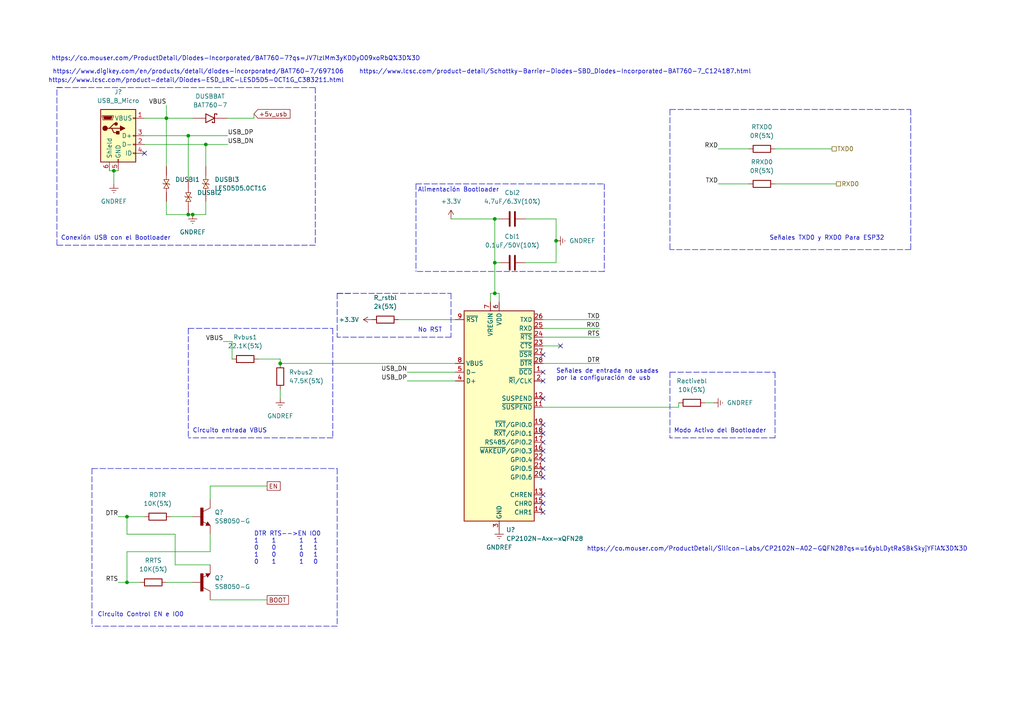
<source format=kicad_sch>
(kicad_sch (version 20211123) (generator eeschema)
  (paper "A4")
  (lib_symbols
    (symbol "BAT760-7:BAT760-7" (pin_numbers hide) (pin_names (offset 1.016) hide)
      (property "Reference" "D" (at -5.08 2.54 0))
      (property "Value" "BAT760-7" (at -5.08 -3.81 0))
      (symbol "BAT760-7_0_0"
        (polyline (pts (xy -2.54 0) (xy -1.27 0)) (stroke (width 0.1524)))
        (polyline (pts (xy -1.27 -1.27) (xy 1.27 0)) (stroke (width 0.254)))
        (polyline (pts (xy -1.27 0) (xy -1.27 -1.27)) (stroke (width 0.254)))
        (polyline (pts (xy -1.27 1.27) (xy -1.27 0)) (stroke (width 0.254)))
        (polyline (pts (xy 0.635 -1.016) (xy 0.635 -1.27)) (stroke (width 0.254)))
        (polyline (pts (xy 1.27 -1.27) (xy 0.635 -1.27)) (stroke (width 0.254)))
        (polyline (pts (xy 1.27 0) (xy -1.27 1.27)) (stroke (width 0.254)))
        (polyline (pts (xy 1.27 0) (xy 1.27 -1.27)) (stroke (width 0.254)))
        (polyline (pts (xy 1.27 1.27) (xy 1.27 0)) (stroke (width 0.254)))
        (polyline (pts (xy 1.905 1.27) (xy 1.27 1.27)) (stroke (width 0.254)))
        (polyline (pts (xy 1.905 1.27) (xy 1.905 1.016)) (stroke (width 0.254)))
        (polyline (pts (xy 2.54 0) (xy 1.27 0)) (stroke (width 0.1524)))
        (pin passive line (at -5.08 0 0) (length 2.54) (name "~") (number "A"))
        (pin passive line (at 5.08 0 180) (length 2.54) (name "~") (number "C"))
      )
    )
    (symbol "Connector:USB_B_Micro" (pin_names (offset 1.016))
      (property "Reference" "J" (at -5.08 11.43 0))
      (property "Value" "USB_B_Micro" (at -5.08 8.89 0))
      (symbol "USB_B_Micro_0_1"
        (rectangle (start -5.08 -7.62) (end 5.08 7.62) (stroke (width 0.254)) (fill (type background)))
        (circle (center -3.81 2.159) (radius 0.635) (stroke (width 0.254)) (fill (type outline)))
        (circle (center -0.635 3.429) (radius 0.381) (stroke (width 0.254)) (fill (type outline)))
        (rectangle (start -0.127 -7.62) (end 0.127 -6.858))
        (polyline (pts (xy -1.905 2.159) (xy 0.635 2.159)) (stroke (width 0.254)))
        (polyline (pts (xy -3.175 2.159) (xy -2.54 2.159) (xy -1.27 3.429) (xy -0.635 3.429)) (stroke (width 0.254)))
        (polyline (pts (xy -2.54 2.159) (xy -1.905 2.159) (xy -1.27 0.889) (xy 0 0.889)) (stroke (width 0.254)))
        (polyline (pts (xy 0.635 2.794) (xy 0.635 1.524) (xy 1.905 2.159) (xy 0.635 2.794)) (stroke (width 0.254)) (fill (type outline)))
        (polyline (pts (xy -4.318 5.588) (xy -1.778 5.588) (xy -2.032 4.826) (xy -4.064 4.826) (xy -4.318 5.588)) (fill (type outline)))
        (polyline (pts (xy -4.699 5.842) (xy -4.699 5.588) (xy -4.445 4.826) (xy -4.445 4.572) (xy -1.651 4.572) (xy -1.651 4.826) (xy -1.397 5.588) (xy -1.397 5.842) (xy -4.699 5.842)))
        (rectangle (start 0.254 1.27) (end -0.508 0.508) (stroke (width 0.254)) (fill (type outline)))
        (rectangle (start 5.08 -5.207) (end 4.318 -4.953))
        (rectangle (start 5.08 -2.667) (end 4.318 -2.413))
        (rectangle (start 5.08 -0.127) (end 4.318 0.127))
        (rectangle (start 5.08 4.953) (end 4.318 5.207))
      )
      (symbol "USB_B_Micro_1_1"
        (pin power_out line (at 7.62 5.08 180) (length 2.54) (name "VBUS") (number "1"))
        (pin bidirectional line (at 7.62 -2.54 180) (length 2.54) (name "D-") (number "2"))
        (pin bidirectional line (at 7.62 0 180) (length 2.54) (name "D+") (number "3"))
        (pin passive line (at 7.62 -5.08 180) (length 2.54) (name "ID") (number "4"))
        (pin power_out line (at 0 -10.16 90) (length 2.54) (name "GND") (number "5"))
        (pin passive line (at -2.54 -10.16 90) (length 2.54) (name "Shield") (number "6"))
      )
    )
    (symbol "Device:C" (pin_numbers hide) (pin_names (offset 0.254))
      (property "Reference" "C" (at 0.635 2.54 0))
      (property "Value" "C" (at 0.635 -2.54 0))
      (symbol "C_0_1"
        (polyline (pts (xy -2.032 -0.762) (xy 2.032 -0.762)) (stroke (width 0.508)))
        (polyline (pts (xy -2.032 0.762) (xy 2.032 0.762)) (stroke (width 0.508)))
      )
      (symbol "C_1_1"
        (pin passive line (at 0 3.81 270) (length 2.794) (name "~") (number "1"))
        (pin passive line (at 0 -3.81 90) (length 2.794) (name "~") (number "2"))
      )
    )
    (symbol "Device:R" (pin_numbers hide) (pin_names (offset 0))
      (property "Reference" "R" (at 2.032 0 90))
      (property "Value" "R" (at 0 0 90))
      (symbol "R_0_1"
        (rectangle (start -1.016 -2.54) (end 1.016 2.54) (stroke (width 0.254)))
      )
      (symbol "R_1_1"
        (pin passive line (at 0 3.81 270) (length 1.27) (name "~") (number "1"))
        (pin passive line (at 0 -3.81 90) (length 1.27) (name "~") (number "2"))
      )
    )
    (symbol "Interface_USB:CP2102N-Axx-xQFN28"
      (property "Reference" "U" (at -8.89 31.75 0))
      (property "Value" "CP2102N-Axx-xQFN28" (at 12.7 31.75 0))
      (symbol "CP2102N-Axx-xQFN28_0_1"
        (rectangle (start -10.16 30.48) (end 10.16 -30.48) (stroke (width 0.254)) (fill (type background)))
      )
      (symbol "CP2102N-Axx-xQFN28_1_1"
        (pin input line (at 12.7 12.7 180) (length 2.54) (name "~{DCD}") (number "1"))
        (pin no_connect line (at -10.16 -27.94 0) (length 2.54) hide (name "NC") (number "10"))
        (pin output line (at 12.7 2.54 180) (length 2.54) (name "~{SUSPEND}") (number "11"))
        (pin output line (at 12.7 5.08 180) (length 2.54) (name "SUSPEND") (number "12"))
        (pin output line (at 12.7 -22.86 180) (length 2.54) (name "CHREN") (number "13"))
        (pin output line (at 12.7 -27.94 180) (length 2.54) (name "CHR1") (number "14"))
        (pin output line (at 12.7 -25.4 180) (length 2.54) (name "CHR0") (number "15"))
        (pin bidirectional line (at 12.7 -10.16 180) (length 2.54) (name "~{WAKEUP}/GPIO.3") (number "16"))
        (pin bidirectional line (at 12.7 -7.62 180) (length 2.54) (name "RS485/GPIO.2") (number "17"))
        (pin bidirectional line (at 12.7 -5.08 180) (length 2.54) (name "~{RXT}/GPIO.1") (number "18"))
        (pin bidirectional line (at 12.7 -2.54 180) (length 2.54) (name "~{TXT}/GPIO.0") (number "19"))
        (pin bidirectional line (at 12.7 10.16 180) (length 2.54) (name "~{RI}/CLK") (number "2"))
        (pin bidirectional line (at 12.7 -17.78 180) (length 2.54) (name "GPIO.6") (number "20"))
        (pin bidirectional line (at 12.7 -15.24 180) (length 2.54) (name "GPIO.5") (number "21"))
        (pin bidirectional line (at 12.7 -12.7 180) (length 2.54) (name "GPIO.4") (number "22"))
        (pin input line (at 12.7 20.32 180) (length 2.54) (name "~{CTS}") (number "23"))
        (pin output line (at 12.7 22.86 180) (length 2.54) (name "~{RTS}") (number "24"))
        (pin input line (at 12.7 25.4 180) (length 2.54) (name "RXD") (number "25"))
        (pin output line (at 12.7 27.94 180) (length 2.54) (name "TXD") (number "26"))
        (pin input line (at 12.7 17.78 180) (length 2.54) (name "~{DSR}") (number "27"))
        (pin output line (at 12.7 15.24 180) (length 2.54) (name "~{DTR}") (number "28"))
        (pin passive line (at 0 -33.02 90) (length 2.54) hide (name "GND") (number "29"))
        (pin power_in line (at 0 -33.02 90) (length 2.54) (name "GND") (number "3"))
        (pin bidirectional line (at -12.7 10.16 0) (length 2.54) (name "D+") (number "4"))
        (pin bidirectional line (at -12.7 12.7 0) (length 2.54) (name "D-") (number "5"))
        (pin power_in line (at 0 33.02 270) (length 2.54) (name "VDD") (number "6"))
        (pin power_in line (at -2.54 33.02 270) (length 2.54) (name "VREGIN") (number "7"))
        (pin input line (at -12.7 15.24 0) (length 2.54) (name "VBUS") (number "8"))
        (pin input line (at -12.7 27.94 0) (length 2.54) (name "~{RST}") (number "9"))
      )
    )
    (symbol "LESD5D5.0CT1G:LESD5D5.0CT1G" (pin_numbers hide) (pin_names (offset 1.016) hide)
      (property "Reference" "D" (at -5.08 2.54 0))
      (property "Value" "LESD5D5.0CT1G" (at -5.08 -5.08 0))
      (symbol "LESD5D5.0CT1G_0_0"
        (polyline (pts (xy -1.27 0) (xy -2.54 0)) (stroke (width 0.1524)))
        (polyline (pts (xy 0 -0.762) (xy -0.254 -1.016)) (stroke (width 0.1524)))
        (polyline (pts (xy 0 -0.762) (xy 0 0.762)) (stroke (width 0.1524)))
        (polyline (pts (xy 0 0.762) (xy 0.254 1.016)) (stroke (width 0.1524)))
        (polyline (pts (xy 1.27 0) (xy 2.54 0)) (stroke (width 0.1524)))
        (polyline (pts (xy 0 0) (xy -1.27 -0.762) (xy -1.27 0.762) (xy 0 0)) (stroke (width 0.1524)) (fill (type background)))
        (polyline (pts (xy 0 0) (xy 1.27 0.762) (xy 1.27 -0.762) (xy 0 0)) (stroke (width 0.1524)) (fill (type background)))
        (pin passive line (at -5.08 0 0) (length 2.54) (name "~") (number "1"))
        (pin passive line (at 5.08 0 180) (length 2.54) (name "~") (number "2"))
      )
    )
    (symbol "SS8050-G:SS8050-G" (pin_numbers hide) (pin_names (offset 1.016) hide)
      (property "Reference" "Q" (at -10.16 7.62 0))
      (property "Value" "SS8050-G" (at -10.16 -7.62 0))
      (symbol "SS8050-G_0_0"
        (rectangle (start -0.254 -2.54) (end 0.508 2.54) (fill (type outline)))
        (polyline (pts (xy 1.27 -2.54) (xy 1.778 -1.524)) (stroke (width 0.1524)))
        (polyline (pts (xy 1.524 -2.413) (xy 2.286 -2.413)) (stroke (width 0.254)))
        (polyline (pts (xy 1.524 -2.286) (xy 1.905 -2.286)) (stroke (width 0.254)))
        (polyline (pts (xy 1.5494 -2.032) (xy 0.3048 -1.4224)) (stroke (width 0.1524)))
        (polyline (pts (xy 1.778 -1.778) (xy 1.524 -2.286)) (stroke (width 0.254)))
        (polyline (pts (xy 1.778 -1.524) (xy 2.54 -2.54)) (stroke (width 0.1524)))
        (polyline (pts (xy 1.905 -2.286) (xy 1.778 -2.032)) (stroke (width 0.254)))
        (polyline (pts (xy 2.286 -2.413) (xy 1.778 -1.778)) (stroke (width 0.254)))
        (polyline (pts (xy 2.54 -2.54) (xy 1.27 -2.54)) (stroke (width 0.1524)))
        (polyline (pts (xy 2.54 2.54) (xy 0.508 1.524)) (stroke (width 0.1524)))
        (pin passive line (at -2.54 0 0) (length 2.54) (name "~") (number "1"))
        (pin passive line (at 2.54 -5.08 90) (length 2.54) (name "~") (number "2"))
        (pin passive line (at 2.54 5.08 270) (length 2.54) (name "~") (number "3"))
      )
    )
    (symbol "power:+3.3V" (power) (pin_names (offset 0))
      (property "Value" "+3.3V" (at 0 3.556 0))
      (symbol "+3.3V_0_1"
        (polyline (pts (xy -0.762 1.27) (xy 0 2.54)))
        (polyline (pts (xy 0 0) (xy 0 2.54)))
        (polyline (pts (xy 0 2.54) (xy 0.762 1.27)))
      )
      (symbol "+3.3V_1_1"
        (pin power_in line (at 0 0 90) (length 0) hide (name "+3.3V") (number "1"))
      )
    )
    (symbol "power:GNDREF" (power) (pin_names (offset 0))
      (property "Value" "GNDREF" (at 0 -3.81 0))
      (symbol "GNDREF_0_1"
        (polyline (pts (xy -0.635 -1.905) (xy 0.635 -1.905)))
        (polyline (pts (xy -0.127 -2.54) (xy 0.127 -2.54)))
        (polyline (pts (xy 0 -1.27) (xy 0 0)))
        (polyline (pts (xy 1.27 -1.27) (xy -1.27 -1.27)))
      )
      (symbol "GNDREF_1_1"
        (pin power_in line (at 0 0 270) (length 0) hide (name "GNDREF") (number "1"))
      )
    )
  )
  (junction (at 54.61 39.37))
  (junction (at 59.69 41.91))
  (junction (at 48.26 34.29))
  (junction (at 55.88 62.23))
  (junction (at 54.61 62.23))
  (junction (at 143.51 85.09))
  (junction (at 81.28 105.41))
  (junction (at 36.83 149.86))
  (junction (at 143.51 63.5))
  (junction (at 161.29 69.85))
  (junction (at 36.83 168.91))
  (junction (at 143.51 76.2))
  (junction (at 33.02 49.53))
  (no_connect (at 157.48 115.57))
  (no_connect (at 41.91 44.45))
  (no_connect (at 157.48 110.49))
  (no_connect (at 157.48 107.95))
  (no_connect (at 162.56 100.33))
  (no_connect (at 157.48 148.59))
  (no_connect (at 157.48 138.43))
  (no_connect (at 157.48 143.51))
  (no_connect (at 157.48 146.05))
  (no_connect (at 157.48 135.89))
  (no_connect (at 157.48 102.87))
  (no_connect (at 157.48 125.73))
  (no_connect (at 157.48 123.19))
  (no_connect (at 157.48 130.81))
  (no_connect (at 157.48 133.35))
  (no_connect (at 157.48 128.27))
  (wire (pts (xy 74.93 104.14) (xy 81.28 104.14)))
  (wire (pts (xy 157.48 105.41) (xy 173.99 105.41)))
  (wire (pts (xy 41.91 41.91) (xy 59.69 41.91)))
  (polyline (pts (xy 91.44 25.4) (xy 91.44 71.12)))
  (polyline (pts (xy 175.26 53.34) (xy 175.26 78.74)))
  (wire (pts (xy 157.48 97.79) (xy 173.99 97.79)))
  (wire (pts (xy 54.61 39.37) (xy 66.04 39.37)))
  (wire (pts (xy 41.91 39.37) (xy 54.61 39.37)))
  (wire (pts (xy 48.26 30.48) (xy 48.26 34.29)))
  (wire (pts (xy 36.83 160.02) (xy 60.96 160.02)))
  (wire (pts (xy 208.28 43.18) (xy 217.17 43.18)))
  (wire (pts (xy 118.11 110.49) (xy 132.08 110.49)))
  (polyline (pts (xy 97.79 135.89) (xy 97.79 181.61)))
  (wire (pts (xy 60.96 144.78) (xy 60.96 140.97)))
  (wire (pts (xy 73.66 34.29) (xy 73.66 33.02)))
  (wire (pts (xy 48.26 48.26) (xy 48.26 34.29)))
  (wire (pts (xy 33.02 49.53) (xy 34.29 49.53)))
  (wire (pts (xy 67.31 104.14) (xy 67.31 99.06)))
  (wire (pts (xy 143.51 85.09) (xy 143.51 76.2)))
  (polyline (pts (xy 54.61 95.25) (xy 96.52 95.25)))
  (wire (pts (xy 161.29 63.5) (xy 152.4 63.5)))
  (polyline (pts (xy 194.31 31.75) (xy 264.16 31.75)))
  (wire (pts (xy 60.96 154.94) (xy 60.96 160.02)))
  (wire (pts (xy 157.48 118.11) (xy 196.85 118.11)))
  (wire (pts (xy 55.88 62.23) (xy 59.69 62.23)))
  (wire (pts (xy 31.75 49.53) (xy 33.02 49.53)))
  (wire (pts (xy 157.48 100.33) (xy 162.56 100.33)))
  (wire (pts (xy 81.28 105.41) (xy 132.08 105.41)))
  (wire (pts (xy 54.61 62.23) (xy 48.26 62.23)))
  (wire (pts (xy 36.83 168.91) (xy 36.83 160.02)))
  (wire (pts (xy 34.29 168.91) (xy 36.83 168.91)))
  (wire (pts (xy 49.53 149.86) (xy 55.88 149.86)))
  (wire (pts (xy 41.91 34.29) (xy 48.26 34.29)))
  (wire (pts (xy 66.04 34.29) (xy 73.66 34.29)))
  (wire (pts (xy 157.48 92.71) (xy 173.99 92.71)))
  (polyline (pts (xy 97.79 181.61) (xy 26.67 181.61)))
  (wire (pts (xy 36.83 149.86) (xy 34.29 149.86)))
  (wire (pts (xy 144.78 85.09) (xy 144.78 87.63)))
  (wire (pts (xy 115.57 92.71) (xy 132.08 92.71)))
  (wire (pts (xy 50.8 163.83) (xy 50.8 154.94)))
  (polyline (pts (xy 264.16 72.39) (xy 194.31 72.39)))
  (polyline (pts (xy 97.79 85.09) (xy 97.79 97.79)))
  (wire (pts (xy 143.51 63.5) (xy 144.78 63.5)))
  (wire (pts (xy 143.51 76.2) (xy 144.78 76.2)))
  (polyline (pts (xy 130.81 97.79) (xy 97.79 97.79)))
  (polyline (pts (xy 175.26 78.74) (xy 120.65 78.74)))
  (wire (pts (xy 224.79 43.18) (xy 241.3 43.18)))
  (polyline (pts (xy 194.31 107.95) (xy 194.31 127)))
  (polyline (pts (xy 224.79 107.95) (xy 224.79 127)))
  (wire (pts (xy 60.96 163.83) (xy 50.8 163.83)))
  (wire (pts (xy 142.24 85.09) (xy 143.51 85.09)))
  (wire (pts (xy 143.51 85.09) (xy 144.78 85.09)))
  (wire (pts (xy 130.81 63.5) (xy 143.51 63.5)))
  (polyline (pts (xy 264.16 31.75) (xy 264.16 72.39)))
  (polyline (pts (xy 97.79 85.09) (xy 101.6 85.09)))
  (wire (pts (xy 60.96 173.99) (xy 77.47 173.99)))
  (polyline (pts (xy 26.67 135.89) (xy 26.67 181.61)))
  (wire (pts (xy 54.61 39.37) (xy 54.61 52.07)))
  (wire (pts (xy 48.26 62.23) (xy 48.26 58.42)))
  (wire (pts (xy 81.28 104.14) (xy 81.28 105.41)))
  (polyline (pts (xy 96.52 127) (xy 54.61 127)))
  (polyline (pts (xy 194.31 107.95) (xy 224.79 107.95)))
  (polyline (pts (xy 120.65 53.34) (xy 175.26 53.34)))
  (polyline (pts (xy 120.65 53.34) (xy 120.65 78.74)))
  (wire (pts (xy 48.26 34.29) (xy 55.88 34.29)))
  (wire (pts (xy 152.4 76.2) (xy 161.29 76.2)))
  (wire (pts (xy 36.83 154.94) (xy 36.83 149.86)))
  (wire (pts (xy 59.69 41.91) (xy 66.04 41.91)))
  (polyline (pts (xy 16.51 71.12) (xy 16.51 25.4)))
  (wire (pts (xy 36.83 168.91) (xy 40.64 168.91)))
  (polyline (pts (xy 26.67 135.89) (xy 97.79 135.89)))
  (wire (pts (xy 118.11 107.95) (xy 132.08 107.95)))
  (polyline (pts (xy 130.81 85.09) (xy 130.81 97.79)))
  (wire (pts (xy 48.26 168.91) (xy 55.88 168.91)))
  (wire (pts (xy 59.69 62.23) (xy 59.69 58.42)))
  (wire (pts (xy 55.88 62.23) (xy 54.61 62.23)))
  (polyline (pts (xy 91.44 71.12) (xy 16.51 71.12)))
  (wire (pts (xy 50.8 154.94) (xy 36.83 154.94)))
  (polyline (pts (xy 16.51 25.4) (xy 91.44 25.4)))
  (polyline (pts (xy 16.51 25.4) (xy 17.78 25.4)))
  (wire (pts (xy 33.02 53.34) (xy 33.02 49.53)))
  (wire (pts (xy 161.29 69.85) (xy 161.29 63.5)))
  (wire (pts (xy 204.47 116.84) (xy 207.01 116.84)))
  (polyline (pts (xy 224.79 127) (xy 194.31 127)))
  (wire (pts (xy 161.29 76.2) (xy 161.29 69.85)))
  (wire (pts (xy 196.85 118.11) (xy 196.85 116.84)))
  (wire (pts (xy 67.31 99.06) (xy 64.77 99.06)))
  (wire (pts (xy 36.83 149.86) (xy 41.91 149.86)))
  (wire (pts (xy 208.28 53.34) (xy 217.17 53.34)))
  (wire (pts (xy 60.96 140.97) (xy 77.47 140.97)))
  (polyline (pts (xy 194.31 31.75) (xy 194.31 72.39)))
  (polyline (pts (xy 54.61 95.25) (xy 54.61 127)))
  (wire (pts (xy 157.48 95.25) (xy 173.99 95.25)))
  (wire (pts (xy 142.24 87.63) (xy 142.24 85.09)))
  (wire (pts (xy 81.28 113.03) (xy 81.28 115.57)))
  (polyline (pts (xy 96.52 95.25) (xy 96.52 127)))
  (wire (pts (xy 224.79 53.34) (xy 242.57 53.34)))
  (wire (pts (xy 59.69 41.91) (xy 59.69 48.26)))
  (polyline (pts (xy 97.79 85.09) (xy 130.81 85.09)))
  (wire (pts (xy 143.51 76.2) (xy 143.51 63.5)))
  (text "Señales TXD0 y RXD0 Para ESP32\n" (at 256.54 69.85 180) (effects (font (size 1.27 1.27)) (justify right bottom)))
  (text "https://www.lcsc.com/product-detail/Diodes-ESD_LRC-LESD5D5-0CT1G_C383211.html" (at 13.97 24.13 0) (effects (font (size 1.27 1.27)) (justify left bottom)))
  (text "Señales de entrada no usadas\npor la configuración de usb\n" (at 161.29 110.49 0) (effects (font (size 1.27 1.27)) (justify left bottom)))
  (text "https://www.lcsc.com/product-detail/Schottky-Barrier-Diodes-SBD_Diodes-Incorporated-BAT760-7_C124187.html" (at 104.14 21.59 0) (effects (font (size 1.27 1.27)) (justify left bottom)))
  (text "Modo Activo del Bootloader\n" (at 222.25 125.73 180) (effects (font (size 1.27 1.27)) (justify right bottom)))
  (text "Alimentación Bootloader\n" (at 144.78 55.88 180) (effects (font (size 1.27 1.27)) (justify right bottom)))
  (text "https://co.mouser.com/ProductDetail/Silicon-Labs/CP2102N-A02-GQFN28?qs=u16ybLDytRaSBkSkyjYFiA%3D%3D\n" (at 170.18 160.02 0) (effects (font (size 1.27 1.27)) (justify left bottom)))
  (text "https://co.mouser.com/ProductDetail/Diodes-Incorporated/BAT760-7?qs=JV7lzlMm3yKDDyO09xoRbQ%3D%3D" (at 121.92 17.78 180) (effects (font (size 1.27 1.27)) (justify right bottom)))
  (text "https://www.digikey.com/en/products/detail/diodes-incorporated/BAT760-7/697106" (at 15.24 21.59 0) (effects (font (size 1.27 1.27)) (justify left bottom)))
  (text "No RST\n" (at 128.27 96.52 180) (effects (font (size 1.27 1.27)) (justify right bottom)))
  (text "\nDTR RTS-->EN IO0\n1    1       1   1\n0    0       1   1\n1    0       0   1\n0    1       1   0" (at 73.66 163.83 0) (effects (font (size 1.27 1.27)) (justify left bottom)))
  (text "Circuito entrada VBUS\n" (at 77.47 125.73 180) (effects (font (size 1.27 1.27)) (justify right bottom)))
  (text "Conexión USB con el Bootloader\n" (at 49.53 69.85 180) (effects (font (size 1.27 1.27)) (justify right bottom)))
  (text "Circuito Control EN e IO0\n" (at 53.34 179.07 180) (effects (font (size 1.27 1.27)) (justify right bottom)))
  (label "DTR" (at 173.99 105.41 180))
  (label "RXD" (at 208.28 43.18 180))
  (label "DTR" (at 34.29 149.86 180))
  (label "RTS" (at 173.99 97.79 180))
  (label "VBUS" (at 48.26 30.48 180))
  (label "TXD" (at 208.28 53.34 180))
  (label "TXD" (at 173.99 92.71 180))
  (label "VBUS" (at 64.77 99.06 180))
  (label "USB_DN" (at 66.04 41.91 0))
  (label "USB_DP" (at 118.11 110.49 180))
  (label "USB_DN" (at 118.11 107.95 180))
  (label "USB_DP" (at 66.04 39.37 0))
  (label "RTS" (at 34.29 168.91 180))
  (label "RXD" (at 173.99 95.25 180))
  (global_label "+5v_usb" (shape input) (at 73.66 33.02 0) (property "Intersheet References" "${INTERSHEET_REFS}" (effects hide)))
  (global_label "EN" (shape passive) (at 77.47 140.97 0) (property "Intersheet References" "${INTERSHEET_REFS}" (effects hide)))
  (global_label "BOOT" (shape passive) (at 77.47 173.99 0) (property "Intersheet References" "${INTERSHEET_REFS}" (effects hide)))
  (hierarchical_label "RXD0" (shape passive) (at 242.57 53.34 0))
  (hierarchical_label "TXD0" (shape passive) (at 241.3 43.18 0))
  (symbol (lib_id "Device:R") (at 44.45 168.91 90) (unit 1)
    (property "Reference" "RRTS" (at 44.45 162.56 90))
    (property "Value" "10K(5%)" (at 44.45 165.1 90))
  )
  (symbol (lib_id "Device:R") (at 200.66 116.84 90) (unit 1)
    (property "Reference" "Ractivebl" (at 200.66 110.49 90))
    (property "Value" "10k(5%)" (at 200.66 113.03 90))
  )
  (symbol (lib_id "Connector:USB_B_Micro") (at 34.29 39.37 0) (unit 1)
    (property "Reference" "J?" (at 34.29 26.67 0))
    (property "Value" "USB_B_Micro" (at 34.29 29.21 0))
  )
  (symbol (lib_id "Device:R") (at 71.12 104.14 90) (unit 1)
    (property "Reference" "Rvbus1" (at 71.12 97.79 90))
    (property "Value" "22.1K(5%)" (at 71.12 100.33 90))
  )
  (symbol (lib_id "power:GNDREF") (at 81.28 115.57 0) (unit 1)
    (property "Reference" "#PWR?" (effects hide))
    (property "Value" "GNDREF" (at 81.28 120.65 0))
  )
  (symbol (lib_id "SS8050-G:SS8050-G") (at 58.42 149.86 0) (unit 1)
    (property "Reference" "Q?" (at 62.23 148.5899 0) (effects (justify left)))
    (property "Value" "SS8050-G" (at 62.23 151.1299 0) (effects (justify left)))
    (property "Footprint" "TRANS_SS8050-G" (effects hide))
    (property "PARTREV" "A" (effects hide))
    (property "STANDARD" "Manufacturer Recommendations" (effects hide))
    (property "MAXIMUM_PACKAGE_HEIGHT" "1.05 mm" (effects hide))
    (property "MANUFACTURER" "Comchip" (effects hide))
  )
  (symbol (lib_id "LESD5D5.0CT1G:LESD5D5.0CT1G") (at 59.69 53.34 90) (unit 1)
    (property "Reference" "DUSBl3" (at 62.23 52.0699 90) (effects (justify right)))
    (property "Value" "LESD5D5.0CT1G" (at 62.23 54.6099 90) (effects (justify right)))
    (property "Footprint" "TVS_LESD5D5.0CT1G" (effects hide))
    (property "MANUFACTURER" "LRC" (effects hide))
    (property "MAXIMUM_PACKAGE_HEIGHT" "0.7 mm" (effects hide))
    (property "STANDARD" "Manufacturer Recommendations" (effects hide))
    (property "PARTREV" "O" (effects hide))
  )
  (symbol (lib_id "power:+3.3V") (at 107.95 92.71 90) (unit 1)
    (property "Reference" "#PWR?" (effects hide))
    (property "Value" "+3.3V" (at 104.14 92.7099 90) (effects (justify left)))
  )
  (symbol (lib_id "power:GNDREF") (at 207.01 116.84 90) (unit 1)
    (property "Reference" "#PWR?" (effects hide))
    (property "Value" "GNDREF" (at 210.82 116.8399 90) (effects (justify right)))
  )
  (symbol (lib_id "SS8050-G:SS8050-G") (at 58.42 168.91 0) (mirror x) (unit 1)
    (property "Reference" "Q?" (at 62.23 167.6399 0) (effects (justify left)))
    (property "Value" "SS8050-G" (at 62.23 170.1799 0) (effects (justify left)))
    (property "Footprint" "TRANS_SS8050-G" (effects hide))
    (property "PARTREV" "A" (effects hide))
    (property "STANDARD" "Manufacturer Recommendations" (effects hide))
    (property "MAXIMUM_PACKAGE_HEIGHT" "1.05 mm" (effects hide))
    (property "MANUFACTURER" "Comchip" (effects hide))
  )
  (symbol (lib_id "Device:R") (at 220.98 43.18 90) (unit 1)
    (property "Reference" "RTXD0" (at 220.98 36.83 90))
    (property "Value" "0R(5%)" (at 220.98 39.37 90))
  )
  (symbol (lib_id "power:GNDREF") (at 55.88 62.23 0) (unit 1)
    (property "Reference" "#PWR?" (effects hide))
    (property "Value" "GNDREF" (at 55.88 67.31 0))
  )
  (symbol (lib_id "Device:C") (at 148.59 76.2 90) (unit 1)
    (property "Reference" "Cbl1" (at 148.59 68.58 90))
    (property "Value" "0.1uF/50V(10%)" (at 148.59 71.12 90))
  )
  (symbol (lib_id "Device:C") (at 148.59 63.5 270) (unit 1)
    (property "Reference" "Cbl2" (at 148.59 55.88 90))
    (property "Value" "4.7uF/6.3V(10%)" (at 148.59 58.42 90))
  )
  (symbol (lib_id "power:GNDREF") (at 144.78 153.67 0) (unit 1)
    (property "Reference" "#PWR?" (effects hide))
    (property "Value" "GNDREF" (at 144.78 158.75 0))
  )
  (symbol (lib_id "Device:R") (at 81.28 109.22 0) (unit 1)
    (property "Reference" "Rvbus2" (at 83.82 107.9499 0) (effects (justify left)))
    (property "Value" "47.5K(5%)" (at 83.82 110.4899 0) (effects (justify left)))
  )
  (symbol (lib_id "power:+3.3V") (at 130.81 63.5 0) (unit 1)
    (property "Reference" "#PWR?" (effects hide))
    (property "Value" "+3.3V" (at 130.81 58.42 0))
  )
  (symbol (lib_id "Device:R") (at 220.98 53.34 90) (unit 1)
    (property "Reference" "RRXD0" (at 220.98 46.99 90))
    (property "Value" "0R(5%)" (at 220.98 49.53 90))
  )
  (symbol (lib_id "Device:R") (at 111.76 92.71 90) (unit 1)
    (property "Reference" "R_rstbl" (at 111.76 86.36 90))
    (property "Value" "2k(5%)" (at 111.76 88.9 90))
  )
  (symbol (lib_id "Device:R") (at 45.72 149.86 90) (unit 1)
    (property "Reference" "RDTR" (at 45.72 143.51 90))
    (property "Value" "10K(5%)" (at 45.72 146.05 90))
  )
  (symbol (lib_id "power:GNDREF") (at 33.02 53.34 0) (unit 1)
    (property "Reference" "#PWR?" (effects hide))
    (property "Value" "GNDREF" (at 33.02 58.42 0))
  )
  (symbol (lib_id "LESD5D5.0CT1G:LESD5D5.0CT1G") (at 54.61 57.15 90) (unit 1)
    (property "Reference" "DUSBl2" (at 57.15 55.8799 90) (effects (justify right)))
    (property "Value" "LESD5D5.0CT1G" (effects hide))
    (property "Footprint" "TVS_LESD5D5.0CT1G" (effects hide))
    (property "MANUFACTURER" "LRC" (effects hide))
    (property "MAXIMUM_PACKAGE_HEIGHT" "0.7 mm" (effects hide))
    (property "STANDARD" "Manufacturer Recommendations" (effects hide))
    (property "PARTREV" "O" (effects hide))
  )
  (symbol (lib_id "Interface_USB:CP2102N-Axx-xQFN28") (at 144.78 120.65 0) (unit 1)
    (property "Reference" "U?" (at 146.7994 153.67 0) (effects (justify left)))
    (property "Value" "CP2102N-Axx-xQFN28" (at 146.7994 156.21 0) (effects (justify left)))
    (property "Footprint" "Package_DFN_QFN:QFN-28-1EP_5x5mm_P0.5mm_EP3.35x3.35mm" (effects hide))
    (property "Datasheet" "https://www.silabs.com/documents/public/data-sheets/cp2102n-datasheet.pdf" (effects hide))
  )
  (symbol (lib_id "BAT760-7:BAT760-7") (at 60.96 34.29 0) (unit 1)
    (property "Reference" "DUSBBAT" (at 60.96 27.94 0))
    (property "Value" "BAT760-7" (at 60.96 30.48 0))
    (property "Footprint" "SOD2513X120N" (effects hide))
    (property "MAXIMUM_PACKAGE_HEIGHT" "1.20mm" (effects hide))
    (property "STANDARD" "IPC-7351B" (effects hide))
    (property "PARTREV" "9-2" (effects hide))
    (property "MANUFACTURER" "DIODES" (effects hide))
  )
  (symbol (lib_id "power:GNDREF") (at 161.29 69.85 90) (unit 1)
    (property "Reference" "#PWR?" (effects hide))
    (property "Value" "GNDREF" (at 165.1 69.8499 90) (effects (justify right)))
  )
  (symbol (lib_id "LESD5D5.0CT1G:LESD5D5.0CT1G") (at 48.26 53.34 90) (unit 1)
    (property "Reference" "DUSBl1" (at 50.8 52.0699 90) (effects (justify right)))
    (property "Value" "LESD5D5.0CT1G" (effects hide))
    (property "Footprint" "TVS_LESD5D5.0CT1G" (effects hide))
    (property "MANUFACTURER" "LRC" (effects hide))
    (property "MAXIMUM_PACKAGE_HEIGHT" "0.7 mm" (effects hide))
    (property "STANDARD" "Manufacturer Recommendations" (effects hide))
    (property "PARTREV" "O" (effects hide))
  )
)
</source>
